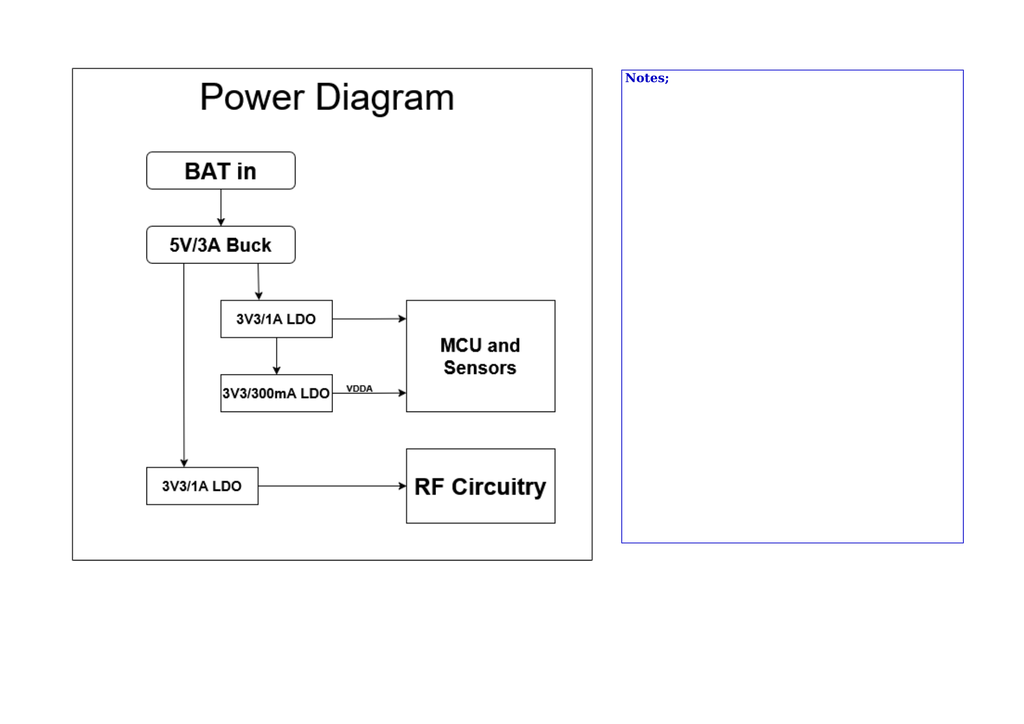
<source format=kicad_sch>
(kicad_sch
	(version 20250114)
	(generator "eeschema")
	(generator_version "9.0")
	(uuid "28a445b7-784a-4549-b0b7-7001e6546744")
	(paper "A4")
	(title_block
		(title "Power_Diagram")
		(date "2025-12-05")
		(rev "A")
		(company "MaD_RaNgA")
	)
	(lib_symbols)
	(text_box "Notes;"
		(exclude_from_sim no)
		(at 180.34 20.32 0)
		(size 99.06 137.16)
		(margins 0.9525 0.9525 0.9525 0.9525)
		(stroke
			(width 0.254)
			(type solid)
		)
		(fill
			(type color)
			(color 255 255 255 1)
		)
		(effects
			(font
				(face "Times New Roman")
				(size 2.54 2.54)
				(thickness 0.254)
				(bold yes)
			)
			(justify left top)
		)
		(uuid "35d04fb6-4813-4c0d-8722-63cc0cfc4b9e")
	)
	(image
		(at 96.52 91.44)
		(scale 3.17886)
		(uuid "52c6cbed-d30b-4ebe-98ea-05679a0a00fc")
		(data "iVBORw0KGgoAAAANSUhEUgAAAjIAAAIVCAYAAADLZRXXAAAG9XRFWHRteGZpbGUAJTNDbXhmaWxl"
			"JTIwaG9zdCUzRCUyMmFwcC5kaWFncmFtcy5uZXQlMjIlMjBhZ2VudCUzRCUyMk1vemlsbGElMkY1"
			"LjAlMjAoV2luZG93cyUyME5UJTIwMTAuMCUzQiUyMFdpbjY0JTNCJTIweDY0JTNCJTIwcnYlM0Ex"
			"NDUuMCklMjBHZWNrbyUyRjIwMTAwMTAxJTIwRmlyZWZveCUyRjE0NS4wJTIyJTIwdmVyc2lvbiUz"
			"RCUyMjI5LjIuNCUyMiUzRSUzQ2RpYWdyYW0lMjBuYW1lJTNEJTIyUGFnZS0xJTIyJTIwaWQlM0Ql"
			"MjJpeFhsdnhRVFFQelV3QVMzWVd2TCUyMiUzRTVWcmJkcHM2RVAwYVA3b0xTUVluajc0a1BVMlRs"
			"V3ZUTm04cUtLQWFrSmNzMzg3WFZ6TENDTENOU2JHZGM1S1hNQ05wUUh0cmhpM2hGaHBFaTg4Y2o0"
			"TWI1cEd3QlMxdjBVTERGb1FBZEJ6NVQzbVdpY2V4dGNQbjFOT2RNc2NqJTJGWmRvcDZXOVUlMkJx"
			"UlNhNmpZQ3dVZEp4M3VpeU9pU3R5UHN3NW0lMkJlN3ZiSXdmOWN4OWtuSjhlamlzT3o5VGowUkpO"
			"NHoyTTM4JTJGeERxQiUyQm1kZ1hPZXRQekM3c2puYkJyciUyQjdVZ2VsMzlKYzBSVG1QcGlVNEM3"
			"TEc1NFVJWExUVGdqSW5rS2xvTVNLaXdUV0ZMeGwxdWFWMCUyRk55ZXgyR2NBeCUyRmUzbmd2dzFl"
			"JTJCWG15OVhYOWo4NFJ0b2I0aWlYUk94VENFU1pDSGIlMkJvR0lRdWtBOG5JZVVFRWV4OWhWUGVa"
			"eVlVamZSSEEySWdNV01pNmRNWXRsVyUyRiUyQlZobUhCaFVQcXg5SjA1UjJKOVBkbmhBc3FDZW5w"
			"aG9oNm5ycDFmd1V1VVk5dnFWQXNGbnI1ZEpTZFBPWU1oMVA5bUhkc0x1TkJhMGl4ejNHazIyVndz"
			"akJtcHNINVRGaEVCRiUyRktMb0ZCYjBlVE5jJTJCV0FrcFhhaHJGMGJaZThHZmF4SG9oJTJCdXZJ"
			"R1JueVF2TlJneHU0RHpjWlJ0dDRNV2d6SUlSclNIVXNVTUt6QloxUThlN1JtYnowMWFYOUxHZUNl"
			"ckpmZiUyQnFPMGc3U1olMkZScEN2YzF6bWtVbU1kOVBhWng0TzE2d0Z0TkEzOHolMkJLYW1KUXNM"
			"dEI1SlBHRjg4aVpRMTRqdFFMVmo1VkZGOEZDb09nZEYxYTVFOWVGUzJnUEszU2xOcDFNWDBMUDZl"
			"SGFhS0ElMkZCcnl0dlFlYkQ2R1Y2ZnYlMkZVZnJsOXVMZmFhVmtpWHVrRlYwYVlUYmxMZHBBRG5C"
			"SVZLbTZLSnVNaVlENkxjWGlSZVF2MU9ldHp6ZGhZVSUyRlNiQ0xIVUhPR3BZSGtDeVlLS0gycjRK"
			"MXRiUDQyVzRVSkhYaG5MMUlnbGVNWWdaZjQwMjdKaEt5c2RwNlVGNWo0Uk8xQkZtMWNCSnlFV2RK"
			"WUh1dkVVQVFmTkVWQ2RJJTJCaFp6djhTcUFKJTJGUGJ4dHJKTERmSTdBbzlVY0NHdmtpTEgwWTYl"
			"MkJucEdVbVdneEU4JTJGQnZlR3RXSVdUcjJXNWNVd1pzOWc1VTlCM3VHSld6TUlwUERsZkhLa1JJ"
			"eW9BZVpFckYzWEc2aFRCSkVwWENyQmhheiUyRmt2U0VNZmlqVEhhb2kxWXFCajA5YjVVTFExbFd1"
			"VjlCJTJCYU52c2owMWJNa2ZlWGF4dFZpbE9ETTBQNnpVYVg0OWxvTk9oJTJGNWNQWDc2RjdQZm9L"
			"MnQweXQ4ZFRmc0RRZlprS3JGSiUyQk9kMlh5Y0M5bGQlMkYyJTJGY2tSbE44dUVrNG0lMkZEYnM5"
			"WXRhOEtCNyUyRllKQ0xPNzE3V0pSYkd3WFZlZWxaV1RTeGxqd2xKbDBtajNVOW9PckkyVFNMaElP"
			"ZEdwV25VbjkzcE42eExpeDFLZzRCbHUzTjQ0a2VxODFDVmxXZEpLeVZOeTRkZzVXbHVxSXNxcXpu"
			"Uk9YSmZpbXVvU1FVNmN5cmF3N3dxbUVYMzFVMkZLdXRyOTdUMVd1dWcwU2ZkcER2Q2FrSEhDcXhO"
			"eWVSRzglMkYxejhWMGVjTkNnMzBYJTJCZjVESUglMkZLOCUyQmd6cEhqT3klMkZkM2JlVjdnNHcy"
			"VzVibnl6TE9TRGQ0Rmc3dDgxODd5V1QzdDBuZEZEOUdmSjVPT3k5U1VtaHNwSXFpRmdFJTJGMTVJ"
			"U1RQNzhVUnlzSkw5UWdWZCUyRkFFJTNEJTNDJTJGZGlhZ3JhbSUzRSUzQyUyRm14ZmlsZSUzRYAE"
			"zoUAACAASURBVHhe7Z0N1B1Vdb+PQEVK+IukBQMILUkrkQ/BJCQREgEhsQKyUJugIlBAkqCSIiYa"
			"RCJ2aSAp2khZ+SgsE4uFRNBSCZpARRYLSUyyQNEVVFBJNSkoKAW/WiV/9m3PXec978ydr3Pn7jPz"
			"zFouzHvn7LP3s/ed87vnnJl5yYknnrjr61//uuGAAAQgAAEIQAACsRB4Ub+Ye++917zkRYd3vXjE"
			"4jd+QgACEIAABCAAAfOSl7xEBAxChlqAAAQgAAEIQCA+AgiZ+HKGxxCAAAQgAAEI/B8BhAylAAEI"
			"QAACEIBAtAQQMtGmDschAAEIQAACEEDIUAMQgAAEIAABCERLACETbepwHAIQgAAEIAABhAw1AAEI"
			"QAACEIBAtAQQMtGmDschAAEIQAACEEDIUAMQgAAEIAABCERLACETbepwHAIQgAAEIAABhAw1AAEI"
			"QAACEIBAtAQQMtGmDschAAEIQAACEEDIUAMQgAAEIAABCERLACETbepwHAIQgAAEIAABhAw1UIrA"
			"pEmTzKZNmwq3Pfzww83LX/5yM3XqVDNr1iwzevTowjZoUD+BDRs2mOnTpxfqeMSIEeaII44whx56"
			"qDnppJPMjBkzzH777ZfbhltjEydONBs3bszdlhMhAIH2EEDItCfXQSMtK2R8J6ZNm2ZuueWWQgNc"
			"0EAwlotAGSGTZPjiiy82ixYtypVvhEyu1HASBFpPACHT+hIoByCUkJHe5Zf7ww8/zOxMuVTU0iqU"
			"kBFnZVbuc5/7nJkwYUJP3xEytaSWTiAQPQGETPQpHEwAvpD55Cc/acaNG5fpzNatW80dd9wxbFmK"
			"pYNMdAM9wRcyIkaWLl3a0yfJ9Y9//GPz5S9/2ezcuXPIuXnEK0JmoCmncwhEQwAhE02qdDnqC5n1"
			"69cbWSbKeyxfvtzMmTNnyOnLli0zs2fPzmuC82ok4AuZosJT8j1v3jzz/PPPd70WMbRt27Yao6Ar"
			"CECgiQQQMk3Mag0xVRUy4uL8+fPNkiVLut6KEBJBxKGPQFUhIxFt3rzZnHzyyUPEjIibxYsX6wsY"
			"jyAAgWgIIGSiSZUuR0MImWeeecaMHDlySGC7du3SFSjedAiEEDJiZ82aNebss8/uUpUlpieeeCLX"
			"5l9SAQEIQCCJAEKGuihFIISQkY59O9/85jczN4GWcphGlQiEEjLihNzGLfbswZJipdTQGAKtJ4CQ"
			"aX0JlAPQLyGTtdfm8ccf7yxFfOtb3xqyYXjUqFHmqKOOMmeddVbP55W4g6i02bFjR08A/vJXnkFX"
			"vlR5BmmZkVq7dq350pe+ZB555JEhG2JlD8qZZ57ZiSXrWTu+yJBZLbF9zTXXmJtvvrljV2Y+Xv/6"
			"13f4lNmHFFLI+LbSlhTLbPaVvTj33nuv+fa3v20effTRIbkVpvJMmwsvvLDQfi4xInb9PEn9TJky"
			"xchGd5sjN/dJtezWk91nJDV9xRVXmLvuuquz7GbtpvkpuV2xYoX5+te/Pqxu7LN7Xvva13aWbrNq"
			"x2Xs+ivxrlq1ash3TPY0nXHGGebDH/7wsBk0yelNN91k7r///m4dJ/Epd7WhFQR6E0DIUCGlCPRL"
			"yDz22GOJF1+5eMvmYBn4sw65mN94441m5syZw06VZ5jIoGGPrBmgsWPHDhkQRVjI8kja4S+dpMUj"
			"51100UVD9ouk2czaR+ILg6efftocf/zxwwZysZ9HvCX5EVLIiP199tlnSOxJS4pFhIzkVQSFu5m4"
			"V52IiPj85z+fOdDLvp5zzz03kaVrX56PI+KiqJC5/vrrh+0bsnb9WpPvwIIFC8zKlSuzvgLdz7Oe"
			"2+MLmVe84hWZ8UoNyZ2H9vZ5ebBllk95fgDkDooTIeARQMhQEqUIhBIy7oVfHEka0GQwkdkJ/xbe"
			"LMeTRIf8+h0zZky3qQx+MjgkHUl7eLKEgIgnK7bS7srJc+H3/RFbDzzwQOJekqQZDnfpxrXVK95e"
			"PEMLmTz1k1fIuMyzasL9XHL5ne98J3V/TtLm5F72pd5coZ01IyM5ffbZZ1Pr2hXZUotp4jQr5l6b"
			"6F3GUht5xaD9HhRhnzXbmhUHn0MgjQBChtooRSDPQJRl2J8dSbrgJl3A5SL6/ve/f8iyi53a9mds"
			"kmYz3FmWXhd5f3bFxpM2yyKfH3jggd2BKUk0+DHL7JHMNP31X/919xeuiK27777bfPzjHx8yyKX5"
			"mvawOondvgZCBuUvfOELicsCWXmSz0MLGX/J7tZbbx02g5ZHyCRtHvZ5Wv9l6cOvjzRhJ3V35JFH"
			"DuEvwuNjH/tY10/Jk8zCyGxD0kxQlpCx3KUG5O49+woHYX3PPfcMuZvLF7/yHbjqqqvMqaee2p1V"
			"Ep+lbj796U8Pe05T2syjy1j8sHFI7bg1mTSDKDzs8p34/sEPfrBbwxLD3Llzh8xkcVdinm8a55Qh"
			"gJApQ402wzbpFv21JRe6t73tbUMGgKTpZ/8C3mtmwg5Yvl1fePg20+6USvu1mTZNLmLhuOOO61aH"
			"368/GySx3HnnnT2XN3wfkgb8JCGTtRxVtIT7LWSS/M0jZFzhKAPx1772tZ6bxX3hk/Y8HF9o9VpS"
			"TJu5yStksr47SXWTNjtn8+rXeFo9+D9IejH069v2lfZ9SBKD3JVY9JvH+XkIIGTyUOKcYQTKzMjI"
			"BXnLli3mi1/84rBfxkkDir+0k7UUYJ30Byt/EPIvyGkDiTtIyq9Ju1yTNqi5g1/SEpQvSnrN7LjA"
			"XT+SlquShIzskynygsasEtcoZPw85hVv7oxcUp6k7mRTsJ2dyPPgvqRBPo+QyWPbn8XLEj6SS/+7"
			"k1az/vc4i6G/ZyxrlsUXhHl8z6pFPoeATwAhQ02UIlDHu5b8p/8W2TDoX3D9X4LuZlO7UdMF4f4K"
			"ll+pt99+e/ftz2n7ZNw+k2y6fWZtGnZ98QcyXwCFFhlJBRG6D3+AKzMjI+Lhyiuv7OwzkTex5xWG"
			"vqD0a8Ovu6RZsCRGvt08QiZLOEg/IsxluUjilP9l3WlnfXMFcNrMk/89zhLA/kxPFhu/bhAypS63"
			"NMoggJChREoRCCVket094j9vJOsi22vw9y+gWZty3cHM/up0Nyb7g6b/C9jfk+Bf0LMGADcWv60v"
			"6PzP8wyORZOuUcgUjcGe74soX8hkCZ20fv2ZwDxCpp8De56lOfecPLNDPrus7yRCpmyV0q4IAYRM"
			"EVqc2yVQRchkPSfDdlL0Ittr8Pc3dWbdJu2KKCscXH98MeEKn6QZG39WpUop+UIFIZNNUxjJSyzl"
			"2Sv+HV2+kMkjAJJ69MVs3UJG+pelW9koLC/qdJ+jk2dGJs/7s7JEoM8FIZNdm5xRnQBCpjrDVlrw"
			"hUzet18XebGkuxST5yLrJsLfIOkP/v6g4wsTt287++JexP2lIVf4JC0b+QNAlaLJEjJFZnvy+hF6"
			"RsZfokga9IsKCnvXjggWee2B/G/79u2Zt+37QsadeStad0WeIyPss2Y0kvJj72r74Q9/2HkwpCw3"
			"ffe73+35DB2ETN5K57wYCSBkYsyaAp/LbPYt6naVAUX6ctsnLbekiQ9346Y7u+IO5v6siyt8koRE"
			"nUKmH8sVoYVMnldT5BUy9sm4eR6WmFSDgxQyRe7ikRzILdeyH6jogZApSozzYyKAkIkpW4p8rUPI"
			"VJmRyXNHi7vcIxt6n3vuuQ5h9+/+7ErSPhl3mcq146bLFzJ5N6bmSXkd0/ehhYzLMY1ZHiHjb8xN"
			"4mUf2z916lQzbty4Yc9ZiUHI5HnwnH1Nh7yeQJ4B4z4KACGT55vEObESQMjEmrkB+12HkOnnHhnB"
			"5y8/2Q26vfbCJH3mLpOk3Y7az9tQYxMyvvjIc2tw0kCcdMuzfR+QCBZ53H7SUqZfu76Qce8+K7K0"
			"VGaPTJ4ZmaT9VRKXCJZTTjmlE6d9XYB7Wcgzo5lHLPYS5Fn+11GbA74U0r0CAggZBUmI0YU6hIz/"
			"K7TIfoK8z95wBy27IbjX3UlJ+2Tc21zTbhH3L+hJt2eXrYM6BouQMzJ+7aTt6ckaZP272vK+fiFL"
			"yPh2swZrm7c8eSi6WVZsuzOT9lEAefaaIWTKfqNoFxsBhExsGVPibx1Cpp/PkbEY/dmUyy+/vOfz"
			"YtxZABlUHn744SHvbkoTW0kP98v7PJCslOcZQLNsZH0eSsj4d4v1endVlpBxB+o8tw7bGLNeWFnn"
			"c2SyRFJZAezPVrG0lFXhfB4zAYRMzNkboO91CJmyT/b1B6JeTx/1L/jyq96+HTttycN/sJ3dZJr1"
			"lFP/l37e573Y2SUZjOS47LLLhryXKBYhk/Qo/14POSwiZPIuASUt0/hiwn+ybx7bskx5zDHHDLlz"
			"KM/t10WFTN6a8WsNITPAiyVd950AQqbviJvZQR1CRsiFeNdS1l08/tS9fTR92iDrDxI2w1lLG0mv"
			"Esh6WrEvymQWSG4rdl8/EIOQkThkEHZfrpglELKEjD+zkvZiRJuftI3BSWKiyLuW0t5MHULI+EI7"
			"z2s6kjYGI2SaeR0mqv8lgJChEkoRqEvIVH37dZ69KGl3hKTdWZT2cLs8dyL5wkzgy0zOBRdcMGSW"
			"RZZgkt5JlSSWBiFkZCln6dKlPWtHnuciS2/333//sGe5ZL38UwxnCRk/b/Yt0u4boe0zV1atWpV6"
			"23KSkEl64aGIAXc2zNr2BZqFEkLIiC13D5b8276FW+K0glYEjzwI7/rrr098bg5CptRljkaREEDI"
			"RJIobW7WJWQkbrlIn3nmmZkPNvMZ5X2fkb9vQ+z02ruRdrfMtm3bcqUpz620SYbS4hmEkMkVaMpJ"
			"eURMHiGTtJyT5ZeInXe+851m5cqV3VPTZnLS3mqd1oeIBfcZL6GETFJ9ZsUpjA855JDuU4yr3OLu"
			"9lV0s3IdtZnFgs+bTwAh0/wc9yXCOoWMBCC/kOfMmTPsrdlJwYkIkZfsiWDIc/h7caRN1kyOv6yR"
			"tazk+yGzOtLGXWpJ89XONMyePTvxlDoGi6RlsTxs3XMkDsnh4sWLczXNmpERI0VErghBYS7HmDFj"
			"uj70Wt4T++eee+6Qx/0nOS82DjvssO5GcTknlJARW0lLc0l+WMYf/vCHO98V4W2PpBnDPIzdfhAy"
			"uUqXk2omgJCpGXhTuqtbyFhu8itcBkJ5NLv769c+DOyss84yaQN+L/b+vpesx/z752ftz0jqWwSU"
			"DDZf+tKXzCOPPDJkxsn+opZ4ZAB298T4trQKGfsgOnneycknn5xbWNr48g6ywnHFihXmjjvuGPKo"
			"fvdBeLKkN3r06C66os+KESEhefrGN77RFZ9Sc2eccYaRwV1s58lDUSHg5jqr9k888cTOnjJbK75A"
			"L/OGcb/Wivqfh0lTronEMTgCCJnBsadnCECgQQSyXkTaoFAJBQKqCCBkVKUDZyAAgUETkFmE888/"
			"v7PHRGaT7IxLll/+Ru6sW6uz7PE5BCCQjwBCJh8nzoIABFpCwN/MnXWLvGDx73LKurW8JSgJEwK1"
			"EEDI1IKZTiAAgZgIuJu5yzy7JY/4iYkHvkJAMwGEjObs4BsEIDAQAv6mVhEzV111lUl6Ro08T+fR"
			"Rx/t+lnkdQkDCY5OIdAwAgiZhiWUcCAAgeoE0p7Wm2VZBI88ANC9QyqrDZ9DAALVCCBkqvGjNQQg"
			"0FACRZ5dJAjkCc233HJLz1vlG4qKsCAwUAIImYHip3MIQEA7gbTnt4jfsqlX7my66KKLzIQJE7SH"
			"gn8QaCQBhEwj00pQEIAABCAAgXYQQMi0I89ECQEIQAACEGgkAYRMI9NKUBCAAAQgAIF2EEDItCPP"
			"RAkBCEAAAhBoJAGETCPTSlAQgAAEIACBdhBAyLQjz0QJAQhAAAIQaCQBhEwj00pQEIAABCAAgXYQ"
			"QMi0I89ECQEIQAACEGgkAYRMI9NKUBCAAAQgAIF2EEDItCPPRAkBCEAAAhBoJAGETCPTSlAQgAAE"
			"IACBdhBAyLQjz0QJAQhAAAIQaCQBhEwj00pQEIAABCAAgXYQQMi0I89ECQEIQAACEGgkAYRMI9NK"
			"UBCAAAQgAIF2EEDItCPPRAkBCEAAAhBoJAGETCPTSlAQgAAEIACBdhBAyLQjz0QJAQhAAAIQaCQB"
			"hEwj00pQEIAABCAAgXYQQMi0I89ECQEIQAACEGgkAYRMI9NKUBCAAAQgAIF2EEDItCPPRAkBCEAA"
			"AhBoJAGETCPTSlAQgAAEIACBdhBAyLQjz0QJAQhAAAIQaCQBhEwj00pQEIAABCAAgXYQQMi0I89E"
			"CQEIQAACEGgkAYRMI9NKUBCAAAQgAIF2EEDItCPPRAkBCEAAAhBoJAGETCPTSlAQgAAEIACBdhBA"
			"yLQjz0QJAQhAAAIQaCQBhEwj00pQEIAABCAAgXYQQMi0I89ECQEIQAACEGgkAYRMI9NKUBCAAAQg"
			"AIF2EEDItCPPRAkBCEAAAhBoJAGETCPTSlAQgAAEIACBdhBAyLQjz0QJAQhAAAIQaCQBhEwj00pQ"
			"EIAABCAAgXYQQMj0Ic8PPvigWb16tdm6davZsmVLH3rAZJsJjB8/3owbN86cd955ZvLkyW1GQewQ"
			"gAAEDEImcBFcffXVZunSpWbRokWdwUYGHQ4IhCQg4lhE8oIFC8zcuXPNwoULQ5rHFgQgAIGoCCBk"
			"AqZLRMy2bdvMZz7zGbP//vsHtIwpCAwn8OSTT3aEzNixYxEzFAgEINBaAgiZQKmX5aTTTjutI2QO"
			"OOCAQFYxA4HeBJ566ilz+OGHm3Xr1rHMRLFAAAKtJICQCZT22bNnm2OPPdbMmjUrkEXMQCAfgRUr"
			"VpiHHnrILF++PF8DzoIABCDQIAIImUDJnDBhglm2bBl7YgLxxEx+ArJnZs6cOWbz5s35G3EmBCAA"
			"gYYQQMgESqQFGcgcZiBQiAD1VwgXJ0MAAg0igJAJlEwGkkAgMVOKAPVXChuNIACBBhBAyARKIgNJ"
			"IJCYKUWA+iuFjUYQgEADCCBkAiWRgSQQSMyUIkD9lcJGIwhAoAEEEDKBkshAEggkZkoRoP5KYaMR"
			"BCDQAAIImUBJZCAJBBIzpQhQf6Ww0QgCEGgAAYRMoCTGMpBs2LDBTJ8+PTPqESNGmCOOOMKcf/75"
			"Rp6Rk3XIrb/HHXfckNPExhNPPGH222+/Yc3nz59vlixZkmV22OcTJ040Gzdu7NlOcmGPefPmmcWL"
			"FxfuJ7YGsdRfbFzxFwIQ0E8AIRMoR7EMJHmFjIslj3iQBwGuXLlyGE15tk6SEELIBCq8/zMTS/2F"
			"jRprEIAABAwvjQxVBLEMJGWEjDDKmtnYZ599zPPPPz8M57Rp08z69etrnZEJldOY7MRSfzExxVcI"
			"QCAOAszIBMpTLAOJL2REZIjY8I81a9aYiy66qCtORo0aZXbs2JFIS849++yzu5/NmDHDrF27tvvv"
			"xx57zIwePTqTtO9blnjKNNiiE2KpvxalhFAhAIGaCCBkAoGOZSDJK2QEi79ctGvXrkRaM2fO7AoX"
			"ETz333+/GTNmTPfcT37yk2bBggWZpEMJmV57ZNzP7EzRddddZ6RvOcT/c845J7p9NbHUX2YRcAIE"
			"IACBggQQMgWBpZ0ey0BSVsj0mpFxl5UuvvhiIy8xHDt2rHn00Uc7uOTtzPJW8KyjbiHjzxy5/qUt"
			"iWXFMKjPY6m/QfGhXwhAoLkEEDKBchvLQJJHyDzzzDOdGRZZ2rH7XtJmVfxlpW9+85tGXqC5aNEi"
			"c8UVV3Tp2r/3wl23kMlKfR6fs2zU9Xks9VcXD/qBAATaQwAhEyjXsQwkZTb72lmWJFT+spLdR/P4"
			"448PWV7qZcPaHYSQkVkZubNKDnmDtLu3J6Y9OrHUX6CvG2YgAAEIdAkgZAIVQywDSVEhI8tCS5cu"
			"TdwQLOiSlpUsUnlejbv3JG2z8KCEjL9c5osvhEygLwdmIAABCPSRAEImENymChmLJ+l5MP6ykn8H"
			"1PLlyzuzHPa49dZbjczgpB11z8jIbIzE4B6xPkwvlvoL9HXDDAQgAAFmZELXQCwDSd49MnffffeQ"
			"26+Fl38btTvjIk/xfe6554Zglb02I0eO7P4tSTi4DeoWMkkzLgiZ0N8M7EEAAhDoLwFmZALxbZKQ"
			"sUj8GRd34PdFSh6MvV5ZIO0RMnkoJp8TS/2Vj5CWEIAABHpf/+TlNC8+JiT5OSHAyyYQy0CSZ0bG"
			"jdadoXBfVeAvG2UT+t8z0l5ZgJDJSxAhU40UrSEAgaYRYEYmUEabKGR80eMuDbnLSkUQ9no+CzMy"
			"RUgOPTeW+isfIS0hAAEIMCPT1xqIZSDJOyMj582dO7f7UDt3NqXo3hdf9KS9sgAhU75EY6m/8hHS"
			"EgIQgABCpq81EMtAUvT2awtNblX+zne+Y/bbbz9T9G4k//y0h+shZMqXaCz1Vz5CWkIAAhBAyPS1"
			"BmIZSMoIGdmk+7Wvfa3zxF45/BmWp59+uiNw0g5/BiftlQUImfIlGkv9lY+QlhCAAAQQMn2tgVgG"
			"kiJCRgTH1KlTzfz587tvr/ZFSd53EvniJ+nx/wiZ8iUaS/2Vj5CWEIAABBAyfa0BBpK+4sV4BgHq"
			"jxKBAATaSoC7lgJlnoEkEEjMlCJA/ZXCRiMIQKABBBAygZLIQBIIJGZKEaD+SmGjEQQg0AACCJlA"
			"SWQgCQQSM6UIUH+lsNEIAhBoAAGETKAkMpAEAomZUgSov1LYaAQBCDSAAEImUBLl1mR5/P748eMD"
			"WcQMBPIR2LJlS+ct45s3b87XgLMgAAEINIgAQiZQMmfPnm2OPfZYM2vWrEAWMQOBfARWrFhhHnro"
			"oc6DCjkgAAEItI0AQiZQxh988EFz2mmndR7pv//++weyihkI9Cbw5JNPmrFjx5p169aZyZMngwsC"
			"EIBA6wggZAKm/Oqrrzbbtm0zS5cuNQcccEBAy5iCwHACTz31lLn00ks7QmbhwoUgggAEINBKAgiZ"
			"wGkXMSNCZtGiRWbcuHHsmQnMF3PGyJ6YrVu3mgULFnRe7ImIoSogAIE2E0DI9CH7ssy0evXqzmAj"
			"gw4HBEISkA3lIpLPO+88lpNCgsUWBCAQJQGETJRpa57T3D7cvJwSEQQgAIE6CCBk6qBMH5kEEDKZ"
			"iDgBAhCAAAQSCCBkKAsVBBAyKtKAExCAAASiI4CQiS5lzXQYIdPMvBIVBCAAgX4TQMj0mzD2cxFA"
			"yOTCxEkQgAAEIOARQMhQEioIIGRUpAEnIAABCERHACETXcqa6TBCppl5JSoIQAAC/SaAkOk3Yezn"
			"IoCQyYWJkyAAAQhAgKUlakAjAYSMxqzgEwQgAAH9BJiR0Z+jVniIkGlFmgkSAhCAQHACCJngSDFY"
			"hgBCpgw12kAAAhCAAEKGGlBBACGjIg04AQEIQCA6AgiZ6FLWTIcRMs3MK1FBAAIQ6DcBhEy/CWM/"
			"FwGETC5MnAQBCEAAAh4BhAwloYIAQkZFGnACAhCAQHQEEDLRpayZDiNkmplXooIABCDQbwIImX4T"
			"xn4uAgiZXJg4CQIQgAAEWFqiBjQSQMhozAo+QQACENBPgBkZ/TlqhYcImVakmSAhAAEIBCeAkAmO"
			"FINlCCBkylCjDQQgAAEIIGSoARUEEDIq0oATEIAABKIjgJCJLmXNdBgh08y8EhUEIACBfhNAyPSb"
			"MPZzEUDI5MLESRCAAAQg4BFAyFASKgggZFSkAScgAAEIREcAIRNdyprpMEKmmXklKghAAAL9JoCQ"
			"6Tdh7OcigJDJhYmTIAABCECApSVqQCMBhIzGrOATBCAAAf0EmJHRn6NWeIiQaUWaCRICEIBAcAII"
			"meBIMViGAEKmDDXaQAACEIAAQoYaUEEAIaMiDTgBAQhAIDoCCJnoUtZMhxEyzcwrUUEAAhDoNwGE"
			"TL8JYz+RwOWXX25uvvlmc8MNN5i3v/3txhbibbfdZi655BLz7ne/21x33XXQgwAEIAABCPQkgJCh"
			"QAZC4Kc//ak5+OCDzb777msOOeQQ8+1vf9scffTRZvv27eaXv/yl+clPfmIOOuiggfhGpxCAAAQg"
			"EA8BhEw8uWqcp+973/vMjTfeaH73u9+Zvffe2/zqV78ye+yxh7nwwgvN8uXLGxcvAUEAAhCAQHgC"
			"CJnwTLGYk4CdlfFPZzYmJ0BOgwAEIACB7taEl7zIYteLB0ggUCuB888/39x5553m6aefNiNHjjSn"
			"n366WbVqVa0+0BkEIAABCMRLgBmZeHPXCM/9WRlmYxqRVoKAAAQgUBsBhExtqOkojYDslVm5cqW5"
			"4IIL2BtDmUAAAhCAQCECCJlCuDi5HwTsrAyzMf2gi00IQAACzSaAkOlDfh988EGzevVqs3XrVrNl"
			"y5Y+9IDJNhMYP368GTdunDnvvPPM5MmT24yC2CEAAQiw2Td0DVx99dVm6dKlZtGiRZ3BRgYdDgiE"
			"JCDiWETyggULzNy5c83ChQtDmscWBCAAgagIMCMTMF0iYrZt22Y+85nPmP333z+gZUxBYDiBJ598"
			"siNkxo4di5ihQCAAgdYSQMgESr0sJ5122mkdIXPAAQcEsooZCPQm8NRTT5nDDz/crFu3jmUmigUC"
			"EGglAYRMoLTPnj3bHHvssWbWrFmBLGIGAvkIrFixwjz00EPc8ZUPF2dBAAINI4CQCZTQCRMmmGXL"
			"lrEnJhBPzOQnIHtm5syZYzZv3py/EWdCAAIQaAgBhEygRFqQgcxhBgKFCFB/hXBxMgQg0CACCJlA"
			"yWQgCQQSM6UIUH+lsNEIAhBoAAGETKAkMpAEAomZUgSov1LYaAQBCDSAAEImUBIZSAKBxEwpAtRf"
			"KWw0ggAEGkAAIRMoiQwkgUBiphQB6q8UNhpBAAINIICQCZREBpJAIDFTigD1VwobjSAAgQYQQMgE"
			"SiIDSSCQmClFgPorhY1GEIBAAwggZAIlsc6BZPny5Z3nhiQdEydONBs3bjQHHnig2blzZ+eU9evX"
			"m2nTpiWe75732GOPmdGjR3fOe/zxx82YMWPMqFGjzI4dO7ptJ02aZDZt2tT997x588ziBuzyUwAA"
			"IABJREFUxYt7UhQ29rD+FcE+f/58s2TJkswmu3btyjwn5AkzZ840a9euzWQcss80W3XWXx3x0AcE"
			"IACBvAQQMnlJZZxX50DiDqC+W1YouIP/jBkzzJo1a4ZFsGHDBjN9+vTO332BYcWS29YVJK6xXuLE"
			"7cO2cQVTHvx5hYzYKmo7T/9p5yBkqtCjLQQgAIEwBBAyYTh2XyMeyFxPM3ZWxJ8tcRvZGRX5W9p5"
			"7kAsTyWW1yzYw35mZ1ySBu08A3mS6Mozi+PGUkTIlJnxKZuzPPGXtV20XZ1CuqhvnA8BCECgnwQQ"
			"MoHo1jmQ2JmRtJkWG1LW8lLaspK0t5/ZZSn7b1couLMtaeLE+irttm/f3lnu6iXAktLhChlfcMn5"
			"/qxPXUtMCJlAXx7MQAACEKhAACFTAZ7btC4h4w7aSYN62kyGLzR6LSuJDStAeokCd69OkpBxPxdf"
			"77333lJ7SrKEjCu85P9bn91ZKX+mJstm0kySv9coTci4S3C99icFKr2OmbrqL6TP2IIABCAQggBC"
			"JgTFGgeSXht9/f0hvZaXeg3kVuRkLdP0mtERrO7GYPFN/LF7crJmk9IEWdaMjGu3rJBJ2wskPrn9"
			"JwkZN+YsoRmo9BAyIUFiCwIQiI4AQiZQyur6Rdxro6+E4s8ApC0vuX/3Z12syElbLvLFVNqsg7us"
			"JHdSpc2cZKWgyB4ZN5YyQiZp31Da0pUvZG666abujFPRfUBZDLI+r6v+svzgcwhAAAJ1E0DIBCJe"
			"10CSJEDcgdbff+KKADu4uucnzYzYWYW0GQVfWCTN3PjLSnYjcdaSTlI68goZP5YyQiZJfNnZJfmv"
			"FWTy/10hIwzsbelFZpsClR9LS6FAYgcCEIiOAEImUMrqEjJp7qbt10haXnKFQdJsih3Ms25l7iWI"
			"/GUl//k0EkfW0pWNNa+QkfNdIVdUyGQJPJ992uxYnUtK1qdB11+grxFmIAABCBQmgJApjCy5waAH"
			"kl4zHb6omDJlSvdhef6yUtqD8NIwJQkWV0Bk4c0SS9I+zyxO0t6UQQmZondlZTHK8/mg6y+Pj5wD"
			"AQhAoB8EEDKBqA56IOk12PsPx7NPo01aAkl6EF4vRO6shBUlvTYk+7by7CXJI2SSbgWvW8jITIx9"
			"4nKeuAKVXsfMoOsvZCzYggAEIFCEAEKmCK0e59YxkPQamJMEhXU3bYYkaVnJ2nGXR3r1mzQj47/G"
			"oBfiPLMXeYSM26cVEXl5ubHaZbW0vUbuDFbScl6vTdSBSi3RTB3110//sQ0BCECgLAGETFlyXru6"
			"BhJ3oLQDcNYzYcRVX1ykCQj/QXg2zKS7n9yZF7vfJc8ThcVm1sP6XLxF9shIO1egubdSp80Ypd1S"
			"nSRwXPtJQibPQwIDldwQM3XVXz98xyYEIACBKgQQMlXoOW3rGkiS3l3khpD2ADtfDCQtfbgixLeT"
			"t9+ku6SSEOd5F5RtV0TI+MtlWberSx/+5txez5Fx7adtsE7b6Byo1BLN1FV//YwB2xCAAATKEEDI"
			"lKGW0KbugcSd0RB3su4A8peXkpaV8jwIz+/XFw55Z1p8f3o9QTivkEm7W8gXM3LeD3/4w+4btZPa"
			"JQmgtPdR+bNAbmx13Ypdd/0F+tpgBgIQgEBlAgiZygj/1wADSSCQmClFgPorhY1GEIBAAwggZAIl"
			"kYEkEEjMlCJA/ZXCRiMIQKABBBAygZLIQBIIJGZKEaD+SmGjEQQg0AACCJlASWQgCQQSM6UIUH+l"
			"sNEIAhBoAAGETKAkMpAEAomZUgSov1LYaAQBCDSAAEImUBIZSAKBxEwpAtRfKWw0ggAEGkAAIRMo"
			"iQwkgUBiphQB6q8UNhpBAAINIICQCZTECRMmdB6sNn78+EAWMQOBfAS2bNnSecfT5s2b8zXgLAhA"
			"AAINIoCQCZTM2bNnm2OPPdbMmjUrkEXMQCAfgRUrVpiHHnrIyCsjOCAAAQi0jQBCJlDGH3zwQXPa"
			"aaeZRx991Oy///6BrGIGAr0JPPnkk2bs2LFm3bp1ZvLkyeCCAAQg0DoCCJmAKb/66qvNtm3bzNKl"
			"S80BBxwQ0DKmIDCcwFNPPWUuvfTSjpBZuHAhiCAAAQi0kgBCJnDaRcyIkFm0aJEZN24ce2YC88Wc"
			"MbInZuvWrWbBggVm7ty5iBiKAgIQaDUBhEwf0i/LTKtXr+4MNjLocEAgJAHZUC4i+bzzzmM5KSRY"
			"bEEAAlESQMhEmbbiTnN7bnFmbos999zTPPfcc+alL31pNUO0hgAEIACBoAQQMkFx6jWGkKmWm332"
			"2cfs3LnTjBgxopohWkMAAhCAQFACCJmgOPUaQ8hUy83IkSPND37wA7PffvtVM0RrCEAAAhAISgAh"
			"ExSnXmMImWq5eeUrX2kefvhhI//lgAAEIAABPQQQMnpy0VdPEDLV8B5yyCHmgQceMK961auqGaI1"
			"BCAAAQgEJYCQCYpTrzGETLXcjBkzxqxfv96MHj26miFaQwACEIBAUAIImaA49RpDyFTLzWte8xpz"
			"++23dx4+xwEBCEAAAnoIIGT05KKvniBkquE95phjOs8Geu1rX1vNEK0hAAEIQCAoAYRMUJx6jSFk"
			"quXmuOOOMzfccIORt5xzQAACEICAHgIIGT256KsnCJlqeE844QRz7bXXmuOPP76aIVpDAAIQgEBQ"
			"AgiZoDj1GkPIVMvNySefbD760Y+ak046qZohWkMAAhCAQFACCJmgOPUaQ8hUy8306dPNBz7wASP/"
			"5YAABCAAAT0EEDJ6ctFXTxAy1fCeccYZZtasWeb000+vZojWEIAABCAQlABCJihOvcYQMtVy87a3"
			"vc28613vMm9961urGaI1BCAAAQgEJYCQCYpTrzGETLXcvOMd7zBnnnmmOfvss6sZojUEIAABCAQl"
			"gJAJilOvMYRMtdycd9555o1vfKM599xzqxmiNQQgAAEIBCWAkAmKU68xhEy13LznPe8xEydONBdd"
			"dFE1Q7SGAAQgAIGgBBAyQXHqNYaQqZab9773veaII44wl1xySTVDtIYABCAAgaAEEDJBceo1hpCp"
			"lpvLLrvMHHrooeZv//ZvqxmiNQQgAAEIBCWAkAmKU68xhEy13HzoQx8yI0eONPPnz69miNYQgAAE"
			"IBCUAEImKE69xhAy1XJz5ZVXmr322st85CMfqWaI1hCAAAQgEJQAQiYoTr3GEDLVcvPxj3/c/OEP"
			"fzBXX311NUO0hgAEIACBoAQQMkFx6jWGkKmWm2uuucY8++yzZtGiRdUM0RoCEIAABIISQMgExanX"
			"GEKmWm4+9alPmZ/+9Kfmuuuuq2aI1hCAAAQgEJQAQiYoTr3GEDLVcvOP//iP5nvf+565/vrrqxmi"
			"NQQgAAEIBCWAkAmKU68xhEy13KxcudJs3brVrFixopohWkMAAhCAQFACCJmgOPUaQ8hUy82qVavM"
			"fffdZz772c9WM0RrCEAAAhAISgAhExSnXmMImWq5+Zd/+Rezbt068/nPf76aIVpDAAIQgEBQAgiZ"
			"oDj1GkPIVMvNF77wBbN27Voj/+WAAAQgAAE9BBAyenLRV08QMtXw3nHHHZ1lpX/913+tZojWEIAA"
			"BCAQlABCJihOvcYQMsVzc+utt5o3velNZt999zVf+cpXOncs3XXXXR1D//AP/2DOOuuszvuXOCAA"
			"AQhAYHAEEDKDY19rzwiZ4rjPOeccc8stt3TeeD1hwgTzuc99zpx99tnmqquuMv/5n/9ptm/fbg4+"
			"+ODihmkBAQhAAALBCCBkgqHUbQghUzw/27ZtM0cffbTZfffdzQsvvGD22GMPs/fee5unn37avOMd"
			"72Djb3GktIAABCAQnABCJjhSnQYRMuXy8q53vcusX7++I17s8bKXvazzTJnXvOY15YzSCgIQgAAE"
			"ghFAyARDqdsQQqZcfnbu3Gle9apXdV4YKceIESPM5MmTzYYNG8oZpBUEIAABCAQlgJAJilOvMYRM"
			"+dxceumlRjb+/uxnPzP77LNPZ4ZGxAwHBCAAAQgMngBCZvA5qMUDhEx5zL/97W/NAQccYP7rv/6r"
			"I2C+8Y1vlDdGSwhAAAIQCEoAIRMUp15jCJlquZG3Xy9YsMD827/9m5k+fXo1Y7SGAAQgAIFgBBAy"
			"wVDqNoSQqZ6fyy67zHz605+ubggLEIAABCAQjABCJhhK3Ya0Cxnxj6PZBHbt2tXsAPsYHd+PPsLF"
			"dC4Cmr+/CJlcKYz/pBiEjOYvSvwVMNgItNffYOlk9w6/bEac0T8C2usPIdO/3KuyHEshqoKGM8EI"
			"aK+/YIH2yRD8+gQWs7kIaK8/hEyuNMZ/UiyFGD9pIkgioL3+tGcNftoz1Gz/tNcfQqbZ9deNLpZC"
			"bEk6Whem9vrTnhD4ac9Qs/3TXn8ImWbXH0KmJfnVHqb2CyH8tBPAv0ES0P79RcgMsjpq7DuWQqwR"
			"CV3VSEB7/dWIolRX8CuFjUaBCGivP4RMoERrNxNLIWrniH/lCGivv3JR1dcKfvWxpqfhBLTXH0Km"
			"JVUbSyG2JB2tC1N7/WlPCPy0Z6jZ/mmvP4RMs+uvG10shdiSdLQuTO31pz0h8NOeoWb7p73+EDLN"
			"rj+ETEvyqz1M7RdC+GkngH+DJKD9+4uQGWR11Nh3LIVYIxK6qpGA9vqrEUWpruBXChuNAhHQXn8I"
			"mUCJ1m4mlkLUzhH/yhHQXn/loqqvFfzqY01Pwwlorz+ETEuqNpZCbEk6Whem9vrTnhD4ac9Qs/3T"
			"Xn8ImWbXXze6WAqxJeloXZja6097QuCnPUPN9k97/SFkml1/rRQykyZNMps2berEPmrUKLNjx47O"
			"/9+wYYOZPn26mThxotm4ceOwzNt2y5YtM7Nnz+6eb0+0f3cbShs5fHvyxZIj7Y3etq80X3znfN+S"
			"ynb+/PlmyZIliRW9fv16M23atGGfLV++3MyZM2fI3+fNm2cWL14c9Juh/UIYNNg+GINfH6BiMjcB"
			"7fWHkMmdyrhPjKUQq1J2RYy15YqZAw880OzcudM89thjZvTo0d3uHn/8cTNmzJiu+LCix/fHFzPC"
			"1R/4Z86cadauXZsqZNy+5CTflyQGVYWM2PT9TGKVxKxqTqS99voLEWNZG+vWrTOrV682l19+eUdk"
			"Jx3wK0uXdiEIaK8/hEyILEdgI5ZCrILSFQhWHNiZEftvO2vhD+r27zNmzDBr1qwxVozYf/ufi59W"
			"7LizHVYo2TiSZmRcWyJ48syAFBEy1mfrgztTYzm4MzGu/y5D306V3GivvyqxhWg7YsSIzuzdKaec"
			"Yq644ophggZ+IShjoywB7fWHkCmb2cjaxVKIobH6Szx2oHZnaaRPK0DSlmCSBJD9mxUr1obYllkf"
			"OZKEjJwnhyx5ZS1BWR5VhIzY8Nv3sufORqUtjRXNk/b6KxpP6PM/9alPmYULF5rf/va3Zq+99jIn"
			"nXTSEEEDv9DEsVeEgPb6Q8gUyWbE58ZSiKEQuzMO/nKQHcStaLHiJm2/iitQ7H4bKw62b9/e3YMj"
			"561ataqzZOUuU7kxWZHgz/Qk7b9x21UVMv6Mkj9T5XPPEnZF8yT9/eIXvyjarNbzRbS98MILHfFp"
			"/5v3b0XPT7J72mmnmeeee64Ts8zQyDF+/HhzzTXXdIRoKFFZK1Q6awSBWMYP2Zn44vdkVyOgE8Rw"
			"ArEUYqjcucspvkCxIievmLCDvvjmztjI35OWX/z9Nm5Mdskqr4iybfslZNK+8/0QMvvuu2+o9PbF"
			"juRzt91268yS2f8m/a3XZ1VsbNu2zfz85z8fEtsee+xh3vKWt5gvfvGLCJm+ZB2jeQjEMn4gZPJk"
			"M+JzYinE0IitcPD3obhLOnbQ7iXkfXFi/500k9JLyLiiyI+116bffgmZtD77IWT4oZRe3Q899JA5"
			"4YQTzK9//Wuz9957d4TU6173OrNo0SIzefJkNkuHvjBgrxCBWMYPhEyhtMZ3ciyFWIWsnWlxZ2D8"
			"2Rdr393MKxtu/ZmVpIHcvePp7rvv7ty2nCQE0oRM0q3Obry9Nv1WFTJ+extLkhBjj0yVKizX9p3v"
			"fKe57bbbzO67724mTJjQETDHH39815j272+5qGkVCwHt9ccemVgqqaKfsRRilTBdAWGXbuwA7gsV"
			"//Zqf5OvFTpWFLnni3iRO0vuv//+7v4Y1+80IePvzbFtes3ghFhacgVU0l1LrpjhrqUqFViurSwp"
			"HXnkkZ07la699lozZcqUYYa0f3/LRU6rWAhorz+ETCyVVNHPWAqxYpjd26bzLNukbeKVtv6zXqw9"
			"K4ikrQw4cqu2fyQJk7S7pfIKlV7PfBEbsmzT64F4cg7PkalaXf1rf99995k3vOENqR1o//72jwyW"
			"NRDQXn8IGQ1VUoMPsRRiCBTuA+nsIJ9kN+2ZMvZcX8xYIdBrf4wvguy+kKy+kpbFXJ+rChme7Bui"
			"sgZnQ/v3d3Bk6LkOAtrrDyFTRxUo6COWQlSAChf6QEB7/fUh5KAm4RcUJ8YKEtBefwiZggmN9fRY"
			"CjFWvvjdm4D2+tOeP/hpz1Cz/dNefwiZZtdfN7pYCrEl6WhdmNrrT3tC4Kc9Q832T3v9IWSaXX8I"
			"mZbkV3uY2i+E8NNOAP8GSUD79xchM8jqqLHvWAqxRiR0VSMB7fVXI4pSXcGvFDYaBSKgvf4QMoES"
			"rd1MLIWonSP+lSOgvf7KRVVfK/jVx5qehhPQXn8ImZZUbSyF2JJ0tC5M7fWnPSHw056hZvunvf4Q"
			"Ms2uv250sRRiS9LRujC115/2hMBPe4aa7Z/2+kPINLv+EDItya/2MLVfCOGnnQD+DZKA9u8vQmaQ"
			"1VFj37EUYo1I6KpGAtrrr0YUpbqCXylsNApEQHv9IWQCJVq7mVgKUTtH/CtHQHv9lYuqvlbwq481"
			"PQ0noL3+EDItqdpYCrEl6WhdmNrrT3tC4Kc9Q832T3v9IWSaXX/d6GIpxJako3Vhaq8/7QmBn/YM"
			"Nds/7fWHkGl2/SFkWpJf7WFqvxDCTzsB/BskAe3fX4TMIKujxr5jKMQacdDVAAjs2rVrAL02o0vt"
			"399mUCaKNALa6w8h05La1V6ILUlDNDNkbcuH9ni1fn/FL/eYN2+eWbx48ZC/bdiwwUyfPn3I35Yt"
			"W2Zmz549DPuBBx5odu7cmWlTTnDPTRLJbr8zZswwa9asUZnmrDg0OK21/iwbhIyGKqnBB+2FWAMC"
			"VV2QD1XpUO+M1nrxhczEiRPNxo0bh/CcP3++WbJkSU8hk3SOn5THHnvMjB49uvvnLAGAkAlX1lrr"
			"DyETLsdRWNJeiFFADOgk+QgIswWmtNaLL2QkFf7syKRJk8ymTZtShUweESONR40aZXbs2IGQGUC9"
			"a60/hMwAimGQXWovxEGyGUTf5GMQ1OPtU2u9uEJGhIYsC/nLRnKO/cxmwD3HteEvAS1fvtzMmTOn"
			"mzi3HTMy9dWz1vpDyNRXAyp60l6IKiDV6AT5qBF2A7rSWi++CFm7dq1xxYhd3pElJ3dWxgoSdzYm"
			"bR+LPaeOpaW02SF/lmnmzJlGYpVj/fr15p577hmyfJa0V0jO9WenJKYpU6Z09wVp3RCvtf4QMg24"
			"uBUJQXshFomlCeeSjyZksb4YtNaLK2Rk8Ja9MO4SkB3w5bObb765O2BbIeMO7L5QyaIbekbGFSdJ"
			"fbv+ZZ0r7f2ZqaSNzH4/CJmsrCd/zmbfctyia6X1QhgdyEAOk49AIFtiRmu9uEJGBvoxY8Z0MmIH"
			"fTt4y6zF+eefP0zIZImRXunNaltks+/jjz/e9d2dTXEFiytMfCFj43WXwtyNz+5Mj/t33w5CptwX"
			"GiFTjlt0rbReCKMDGchh8hEIZEvMaK0XX8i8613v6iwhyaB/6qmndsWBDNCu8LCiIEuM1CVk0vpx"
			"hUmawPGXkSwTd2aq18yTyxAhU+4LjZApxy26VlovhNGBDOQw+QgEsiVmtNaLL2RWrFjRWV6S/S4n"
			"nXRSZ6OuHdDdwTyEkHHthX6OjDtDY0ssTcjIbNO0adO6lZgkZJL+ZhtkxaGhxLXWn2WDkNFQJTX4"
			"oL0Qa0CgqgvyoSod6p3RWi/+bII7gyFixt38myRkquyRyRIARZaWpAD8O6T8okDI6H0yN0JG/SUs"
			"jINaL4RhoovPCvmIL2eD9FhrvfhCJmkmI2ljb5G7lqzA8Gc+XCHjf+YLk7S7iGxO/acP2/PzLC0x"
			"IzPIb8b/9o2QGXwOavFA64WwluAVdkI+FCZFsUta6yVpf4d/d47dCJu0cdYXPlnPkXEFiX+rtHtX"
			"kW837ZUINuX+7dR2qSiUkGGPTH+/XAiZ/vJVY13rhVANoJodIR81A4+8O631krT3I+1OnLQ7gPI+"
			"2VdS6O6FSXqHU1qaszbRur65YskValWWltLuZvKfK5Pl56DKWGv9WR4ImUFVRs39ai/EmnEMvDvy"
			"MfAUROWA1npJEjJ5bjX2Z0jyiJmk58zkaZc1GyOFkEcUubNFaTM4dplD/tvrlQplBdegilZr/SFk"
			"BlURA+pXeyEOCMvAuiUfA0MfZcda6yVJyLiiIG0pqMjbr7PeXJ20L8cmucgMhy9m/Lutkh70J/3k"
			"2SNj/eHJvv35+jEj0x+u6qxqvRCqA1WTQ+SjJtAN6YZ6aUgiIw1De/0hZCItrKJuay/EovHEfj75"
			"iD2D9fpPvdTLm96GEtBefwiZllSs9kJsSRq6YZKPtmW8WrzUSzV+tK5GQHv9IWSq5Tea1toLMRqQ"
			"gRwlH4FAtsQM9dKSRCsNU3v9IWSUFk5ot7QXYuh4tdsjH9ozpMs/6kVXPtrmjfb6Q8i0pCK1F2JL"
			"0sDSUtsSHShevr+BQGKmFAHt9YeQKZXW+BppL8T4iFbzmHxU49e21tRL2zKuK17t9YeQ0VUvffNG"
			"eyH2LXClhsmH0sQodYt6UZqYlrilvf4QMhRiSwjoClP7hUEXLbyhXqiBQRLQXn8ImUFWR419ay/E"
			"GlGo6Ip8qEhDNE7EVi/+iyMFdNYTeqNJRgsd1V5/CJmWFKX2QmxJGrphko+2ZbxavLHUS553FhV5"
			"bUA1arQORUB7/SFkQmVauR3thagcX3D3yEdwpI02GEu9JM3E+ImZOHGi2bhxY6Pz1bTgtNcfQqZp"
			"FZcSj/ZCbEkamJFpW6IDxRvD99efjXFnXvzPkt5kHQgVZvpAQHv9IWT6kHSNJrUXokZm/fSJfPST"
			"bvNsx1AvrlhJ2g8zc+ZMs3bt2k5y/DdGy9/82Zw8Nu655x6zZMmSbsLdt23bP6a9HbuXmPJ9cd98"
			"be368crfbXzWjzJ9a6xe7fWHkNFYNX3wSXsh9iFk1SbJh+r0qHMulnoRP+2RJCqSwKYN9nKuLyBc"
			"MZSWpGXLlpnZs2d3Pl6+fLmZM2dOaj7dc+WkrD0+rgDrda6IpLvvvrtQ3+qKznFIe/0hZDRXT0Df"
			"dtttN/OHP/zBuBeagOYxVZCA9gtDwXA4vc8EYqmXXkIjbQZk0qRJZtOmTR2CdjnKFQmuIPLtW5uu"
			"YHH34CTZdoWTL5Tc66O17QutJB/Fd18UFe27zyVUybz2+kPIVEpvPI1333138/vf/x4hM6CUXX75"
			"5ebmm282N9xwg3n729/eyYNcEG+77TZzySWXmHe/+93muuuuG5B3dKudgPaBxOWXNWviDviuSPBn"
			"cKwQcMWGa9s/34oQ93x3icgXGn7O58+f312m8s91hZLt1xVbSUtPRfqm/qoRQMhU4xdNaxEy//M/"
			"/2NkZoajfgI//elPzcEHH2z23Xdfc8ghh5hvf/vb5uijjzbbt283v/zlL81PfvITc9BBB9XvGD1G"
			"QSAmIWOB9lrWsUs0WUs/1padBem1zyZJyKSJqiTh4Z7rzx65gsvu3XGFTNKdWEX61l6E2usPIaO9"
			"ggL5t8cee5jf/e53RgQNx2AIvO997zM33nhjJw977723+dWvfmUkLxdeeGFnLZ8DAmkEtA8keTLn"
			"LrXYgT+vkLHCoqiQEb963RLubih2/eslZKzvWZubi/Sdh98gz9FefwiZQVZHjX3/0R/9kfnNb37T"
			"GTg5BkPAzsr4vTMbM5h8xNSr9oFEWPYSApa1P2uStGTTKy9lhEzWDJGdHaoyI5P11OI0wZZ095bG"
			"utRefwgZjVXTB59e+tKXdmYARNBwDI7A+eefb+68807z9NNPm5EjR5rTTz/drFq1anAO0XMUBLQP"
			"JALR3WMi//af4OsKBTurkbRk0y8h49pN2g+Td4+M3T+TZ0YmKZZe/WgtRu31h5DRWjmB/ULIBAZa"
			"0pw/K8NsTEmQLWumfSDxZ1yy0uNu1HVncuwMhStw3P0nRWZket2dlGan7F1L/oxMmb6zmA3yc+31"
			"h5AZZHXU2Peee+5pnnvuOSOChmOwBGSvzMqVK80FF1zA3pjBpiKa3rUPJBZk1nNY5Dx/Y2yv58jI"
			"+e5+lSJCJmmWyE+4L0Cy/Hd9yZqR8WeosvrWXIza6w8ho7l6Avr2spe9zDz77LNGBA3HYAnYWRlm"
			"Ywabh5h61z6Q+CzdWRb3s157QvI8TbeokJG+04RSr9uxfV+S7krKEjJl+9ZYl9rrDyGjsWr64NNe"
			"e+1lfvGLXxgRNBoPd0pXo3/4VJ0Abz0uz1D7QFI+MlrGQEB7/SFkYqiiAD7+8R//sXnmmWdUCxkG"
			"ugCJVmpC+4VQKbauW/DTnqFm+6e9/hAyza6/bnQiZOROGZmZ0Xho/6JoZBaTT+S3WrbgV40frasR"
			"0F5/CJlq+Y2mtTyA7Wc/+5kRQaPx0P5F0cgsJp/Ib7Vswa8aP1pXI6C9/hAy1fIbTesRI0aYJ598"
			"svNEWY2H9i+KRmYx+UR+q2ULftX40boaAe31h5Cplt9oWu+zzz5m586dRgSNxkP7F0Ujs5h8Ir/V"
			"sgW/avxoXY2A9vpDyFTLbzStETLRpKqRjmq/EGqHDj/tGWq2f9rrDyHT7PrrRvf//t//M/L8EhE0"
			"Gg/tXxSNzGLyifxWyxb8qvGjdTUC2usPIVMtv9G0fvnLX27+4z/+w4ig0Xho/6I/DKpJAAAgAElE"
			"QVRoZBaTT+S3WrbgV40frasR0F5/CJlq+Y2m9b777mueeOIJI4JG46H9i6KRWUw+kd9q2YJfNX60"
			"rkZAe/0hZKrlN5rWr3jFK8yPf/xjhEw0GWuWo9ovhNppw097hprtn/b6Q8g0u/660YmQ+dGPfmRk"
			"Zkbjof2LopFZTD6R32rZgl81frSuRkB7/SFkquU3mtb77bdf5+VpImg0Htq/KBqZxeRTlfzal/7N"
			"mzfPLF68uBO2fWGfvITwqquuMps2bRqCw76lOOkNxP7LAu0LDpNeDKiFcRV+WmLAj3gJaK8/hEy8"
			"tVXI85EjR5of/OAHRgSNxkP7F0Ujs5h8qppfERvbt283O3bs6IQtb0G+//77O/+Wzw499FCzZs2a"
			"YZ+JkLn55pu77ZYvX27mzJljrNCxImnGjBlm7dq13b9rY1uVn7Z48CcuAtrrDyETVz2V9vZP/uRP"
			"zPe//32ETGmCNKxCoOqF0AoQmYGZNm2aEXt2hsYXMlacyLn33HPPECEjMRx44IHmnHPO6czu2Bkb"
			"eWGp2PRna6rEHLJtVX4hfcFW+whorz+ETEtqUoTM9773PSMzMxoP/4tip/vF11GjRnV/UdslhbRl"
			"ANvODkj2fBtz0kAlbeTYuHFj579pfVsbdlC1/7aDq/23HUjtv90lkRDsiy6F+EySfEhagkmLL42D"
			"/D0t1hAXQiteDjvssCGzKlWEjNvWr4MQuQplIwS/UL5gp30EtNcfQqYlNfmnf/qnZtu2bUYEjcbD"
			"/aK4QsL66ooZ+UUtr1uwywNJAkJ+YfsiJk3M+L/u/f0Wbt++iLE2/aUKn3GoX/q+SPIZJOW2qpBJ"
			"EihJOUrKlf1biAuhXU465JBDhiwllRUys2bNMmPGjBmGLA/TkN+hu+66y9x0003mgx/8oJk8eXKi"
			"6RD8QvqMrXYR0F5/CJmW1OP+++9vvvvd7xoRNBoPW4juQG0HFPlMDn8Dp//r384qyH4H2S8hA5/s"
			"e7D/9j8Xm+6m0dGjR3cHtrS+fVGQ1YcVPq4YqsLfjUFiyzPbU0TIWFbWR3emxjJxxZw7G+XmzrcT"
			"4kLoClO3X1/IuPti/D0y1obEsmLFCrNkyRIjolcO638o0Vkkz/IOtBdeeMFMmTLFfOQjHzFTp04d"
			"0jwEvyL+cC4EXALa6w8h05J6PeCAA8wjjzxiRNBoPHp9UayQ8QccXxzYmRp/qccflN3B390jkcTF"
			"79v/t7/UZUWD64Pbxh3sZcCUjady2IHfnelIGlAlRjlkk6vvS1peqwgZsem372XPFRs2X2Ij1IXQ"
			"jd/GmzQ7ZPtOWjKzuRFbMrtjlxRtrPJf9291fF8+9alPmYULF5pf//rXnTfUT5gwoSNoTj755E73"
			"ofjVEQt9NI+A9vpDyDSv5hIjilHIuL/8026ZtYOSFQhpe2esyPHFj383jIWX1LcrQtJEVZKYcpfC"
			"xH7Scob8XXyTJTP3cMWAFQn+DFPWDEJVIePPZPkzZH7BJTHQfiGUGGRGxP2fsPf/lvTvPOflOee0"
			"004zzz33XAfny172MrPnnnsamSVctGiRmT59enfmqCWXLMJURED79xcho6hY+unKK1/5SvOtb33L"
			"iKDReCR9Udxf075AsUIj76BuB1+J3Z8t8ZdB5JykvnsJGWkjg1UvISP9ustXVoDY5SlrQ/6bJBbs"
			"eXnFm81zv4SMK7LcmkoTMhrrzvVpt912M/7/JA9Jf3f/luccOT/rPNnD9vOf/3wIpt13371zh9Xq"
			"1asRMtoLqMH+IWQanNyYQpNf+w899JARQaPx6PVFsQO4vx/EXVqxg2fa4Cox+0Ikz54It293c2iI"
			"GRl/+cMVVEXFQK8Nqv0SMml9xjojM8jvhXw3TzjhhM7Skryh/g9/+IN5wxveYK699lpz1FFHsbQ0"
			"yOTQt/r6Y0amJUUqg8vWrVs7yxcaD1uIdqbFnYHxZ1+s/+5GW3dTr/08a5nn7rvvHnIbb56+Q+6R"
			"KSJk0u6WsrH22vRbVcj47S3XpCWtfu+R0Vi7IXx65zvfaW677TYjMzAiYD7xiU+YcePGdU1r/0Uc"
			"ggE29BLQXn8IGb21E9Szgw46yGzZskW9kHFnTewSih1I/SUg//Zqf5OvFTpWFLnny2zCFVdc0X06"
			"rD9jk9Z31buWkpanku6m8kVY0ibipFmmpKKpImRcAZV015IrZvp911LQL4QiY7KkdOSRR3ZuvZa7"
			"qJJuwdY+kCjCiSt9IKC9/hAyfUi6RpMiZDZv3tzZw6HxcL8o7p4R19ekpYy0Tbz+IO/asYJI2srt"
			"rvbR9nJOVt9VnyNTRsjYfTVpt3BnCZVez3yRmGVmqNcD8eQcf8ZnEM+R0Vi3oXy67777OjMxaYf2"
			"gSQUB+zoJKC9/hAyOusmuFcHH3xw58V6Img0Hv4XxRcUaXtf7ACctrSS9pTdXvtjsvqu8mTfMkJG"
			"HrMvv9TTYkxaEnNzXFXIpN3OniTq+vlkX411W5dP2geSujjQz2AIaK8/hMxg6qL2Xl/1qleZBx98"
			"0Iig0Xho/6JoZBaTT+S3WrbgV40frasR0F5/CJlq+Y2mtTz464EHHjAiaDQe2r8oGpnF5BP5rZYt"
			"+FXjR+tqBLTXH0KmWn6jaY2QiSZVjXRU+4VQO3T4ac9Qs/3TXn8ImWbXXze6Qw89tHOHjggajYf2"
			"L4pGZjH5RH6rZQt+1fjRuhoB7fWHkKmW32ha/9mf/ZmROyNE0Gg8tH9RNDKLySfyWy1b8KvGj9bV"
			"CGivP4RMtfxG0/rP//zPzb333mtE0Gg8tH9RNDKLySfyWy1b8KvGj9bVCGivP4RMtfxG0xohE02q"
			"Gumo9guhdujw056hZvunvf4QMs2uv250hx12mPn3f/93I4JG46H9i6KRWUw+kd9q2YJfNX60rkZA"
			"e/0hZKrlN5rW8nRYebeQCBqNh/YvikZmMflEfqtlC37V+NG6GgHt9YeQqZbfaFqPGTPGyBNaRdBo"
			"PLR/UTQyi8kn8lstW/Crxo/W1Qhorz+ETLX8RtP6L/7iL8xXv/pVhEw0GWuWo9ovhNppw097hprt"
			"n/b6Q8g0u/660YmQ+cpXvmJkZkbjof2LopFZTD6R32rZgl81frSuRkB7/SFkquU3mtZ/+Zd/adat"
			"W2dE0Gg8tH9RNDKLySfyWy1b8KvGj9bVCGivP4RMtfxG0/rVr361+fKXv2xE0Gg8tH9RNDKLySfy"
			"Wy1b8KvGj9bVCGivP4RMtfxG0/rwww83d9xxhxFBo/GQQuRoNoFdu3Y1O8A+Rsf3o49wMZ2LgObv"
			"L0ImVwrjP0m7kImfMBFAAAIQgMAgCCBkBkF9AH2OHTvWfOlLXzIiaDggAAEIQAACTSGAkGlKJjPi"
			"eM1rXmNuv/12I4KGAwIQgAAEINAUAgiZpmQyI44jjjjCfOELXzAiaDggAAEIQAACTSGAkGlKJjPi"
			"OPLII83atWsRMi3JN2FCAAIQaAsBhExLMi1CZs2aNUZmZjggAAEIQAACTSGAkGlKJjPiOOqoo8wt"
			"t9xiRNBwQAACEIAABJpCACHTlExmxHH00Uebz3/+80YEDQcEIAABCECgKQQQMk3JZEYcr33ta80/"
			"//M/GxE0HBCAAAQgAIGmEEDINCWTCJmWZJIwIQABCEDAJYCQaUk9HHPMMWb16tVGZmY4IAABCEAA"
			"Ak0hgJBpSiYz4jj22GPNZz/7WSOChgMCEIAABCDQFAIImaZkMiOO173udeamm24yImg4IAABCEAA"
			"Ak0hgJBpSiYRMi3JJGFCAAIQgIBLACHTknoYN26c+ad/+icjMzMcEIAABCAAgaYQQMg0JZMZcYwf"
			"P96sWLHCiKDhgAAEIAABCDSFAEKmKZnMiGPChAlm2bJlRgQNBwQgAAEIQKApBBAyTclkRhzHHXec"
			"ueGGG4wIGg4IQAACEIBAUwggZJqSSYRMSzJJmBCAAAQg4BJAyLSkHiZOnGiuv/56IzMzHBCAAAQg"
			"AIGmEEDINCWTGXFMmjTJLF261Iig4YAABCAAAQg0hQBCpimZzIhj8uTJ5tOf/rQRQcMBAQhAAAIQ"
			"aAoBhExTMomQaUkmCRMCEIAABFwCCJmW1MPrX/96c9111xmZmeGAAAQgAAEINIUAQqYpmcyI4/jj"
			"jzdLliwxImg4IAABCEAAAk0hgJBpSiYz4jjhhBPMtddea0TQcEAAAhCAAASaQgAh05RMZsQxZcoU"
			"c8011yBkWpJvwoQABCDQFgIImZZkWoTMokWLjMzMcEAAAhCAAASaQgAh05RMZsQxdepU84lPfMKI"
			"oOGAAAQgAAEINIUAQqYpmcyI4w1veIP5u7/7OyOChgMCEIAABCDQFAIImaZkMiOOE0880Vx99dVG"
			"BA0HBCAAAQhAoCkEEDJNySRCpiWZJEwIQAACEHAJIGRaUg8nnXSSWbhwoZGZGQ4IQAACEIBAUwgg"
			"ZJqSyYw4Tj75ZPPRj37UiKDhgAAEIAABCDSFAEKmKZnMiOONb3yj+chHPmJE0HBAAAIQgAAEmkIA"
			"IdOUTCJkWpJJwoQABCAAAZcAQqYl9XDKKaeYBQsWGJmZ4YAABCAAAQg0hQBCpimZzIjj1FNPNR/6"
			"0IeMCBoOCEAAAhCAQFMIIGSaksmMOKZNm2bmzZtnRNBwQAACEIAABJpCACHTlExmxDF9+nRz+eWX"
			"GxE0HBCAQFwE5ELNAYFBEti1a9cgu+/ZN0JGbWrCOoaQCcsTaxCok4C9UNfZJ31BwBLQXn8ImZbU"
			"6pve9CZz2WWXGRE0HBCAQFwEtA8kcdHE26IEtNcfQqZoRiM9/6/+6q/M3LlzjQgaDghAIC4C2geS"
			"uGjibVEC2usPIVM0o5Ge/+Y3v9m8//3vNyJoOCAAgbgIaB9I4qKJt0UJaK8/hEzRjEZ6PkIm0sTh"
			"NgReJKB9ICFJzSagvf4QMs2uv250p512mnnve99rRNBwQAACcRHQPpDERRNvixLQXn8ImaIZjfT8"
			"008/3cyZM8eIoOGAAATiIqB9IImLJt4WJaC9/hAyRTMa6flnnHGGmTVrlhFBwwEBCMRFQPtAEhdN"
			"vC1KQHv9IWSKZjTS89/ylreYiy++GCETaf5wu90EtA8k7c5O86PXXn8ImebXYCdCETLvec97jMzM"
			"cEAAAnER0D6QxEUTb4sS0F5/CJmiGY3o/E2bNpmJEyd2PD7zzDPNhRde2BE0cqxbt479MhHlElfb"
			"TUD7QNLu7DQ/eu31h5BpaA2KiDn++OM7YuWKK64wixYtMn/zN39jfvSjH5krr7yy886lL37xiw2N"
			"nrAg0CwC2geSZtEmGp+A9vpDyDS4ZkXEbNiwwey1115m7733Nr/+9a/NbrvtZn7zm9+Y++67rztb"
			"02AEhAaBRhDQPpA0AjJBpBLQXn8ImQYXr8zKnHLKKeb555/vRjlixAgzfvx4c++99zY4ckKDQLMI"
			"aB9ImkWbaJiRoQZUETjppJPMli1bumJGhMw999zDbIyqLOEMBHoTQMhQIYMkoL3+mJEZZHXU0Lc7"
			"K8NsTA3A6QICfSCgfSDpQ8iYVERAe/0hZBQVS79ckb0yX/3qV82ee+7ZWVKydzL1qz/sQgACYQlo"
			"H0jCRos1bQS01x9CRlvF9MEfmZWZOnWqOfHEE8369ev70AMmIQCBfhLQPpD0M3ZsD56A9vpDyAy+"
			"Rmrx4G1ve5uZP38+szG10KYTCIQloH0gCRst1rQR0F5/CJlAFSMgOZpNYNeuXc0OkOjUEtA+kKgF"
			"h2NBCGivP4RMkDQboz3RgcJsrRny29rUqwic+lORhtY6ob3+EDKBSlN7ogOF2Voz5Le1qVcROPWn"
			"Ig2tdUJ7/SFkApWm9kQHCrO1Zshva1OvInDqT0UaWuuE9vpDyAQqTe2JDhRma82Q39amXkXg1J+K"
			"NLTWCe31h5AJVJraEx0ozNaaIb+tTb2KwKk/FWlorRPa6w8hE6g0tSc6UJitNUN+W5t6FYFTfyrS"
			"0FontNcfQiZQaWpPdKAwW2uG/LY29SoCp/5UpKG1TmivP4RMoNLUnuhAYbbWDPltbepVBE79qUhD"
			"a53QXn8ImUClqT3RgcJsrRny29rUqwic+lORhtY6ob3+EDKBSlN7ogOF2Voz5Le1qVcROPWnIg2t"
			"dUJ7/SFkApWm9kQHCrO1Zshva1OvInDqT0UaWuuE9vpDyAQqTe2JDhRma82Q39amXkXgeetPXgy7"
			"ZMmSTJ9HjRpljjrqKHPWWWeZ2bNnDzs/rx3bcN68eWbx4sWZ/fonbNiwwdx0003m/vvvNzt37ux+"
			"PHHiRHPmmWeaWbNmmf3222+YXWk3ffr07t/Xr19vpk2bVrj/uhv4XJPe3/b444+bSy65xEhMWo68"
			"9TcofxEygchrT3SgMFtrhvy2NvUqAs9bf0UFiAQ3Y8YMs2bNmiFxFrVTVMg888wz5h3veIcRQdLr"
			"GDFihLn99tuHiZQmChlhcs0113SFqKaX1Oatv0F9WRAygchrT3SgMFtrhvy2NvUqAs9bf0UFiA1u"
			"2bJlQ2ZmitopImRkwD7++OPNo48+mpvtN7/5TTNhwoTc58d4Yp7ZmkHFlbf+Bu3fS1504EUBuGtQ"
			"fkTfb8hET5o0yWzatKnDRKaAd+zY0fn/9leITLtu3LhxGDPbzl6U/F8t/sVKDEgbOXx7Eo8caTVh"
			"+0rzxXfO9y0p4b0unmlTx8uXLzdz5swZYq7IRTVv4YXMb94+OQ8ClkDe+sszGPq//KUP/3ucx07Z"
			"7MiSkDsTc/jhh5uPfexjZubMmR2TmzdvNu9///u710D/Oli2X+3t+sm8aux5669qP2XbMyNTlpzX"
			"LlSiXRFju3DFzIEHHthZS37sscfM6NGju17IuuqYMWO64sMXMfZEX8yI3/7ALxeUtWvXpgoZty85"
			"yfclCWlVISM2fT+TWCUxC5HiUPkN4Qs2mkfg8ssvNx/4wAfMQQcdlBhc3vorMhjaa4nt0P3RUsRO"
			"kWz41yURMQ888EDiPhj/+33rrbd2xU6vpSW3nVwzDjvsMPPxj3+8c92Ua6mIpAULFnTdtvt07rrr"
			"LvP88893/i5+TZ061QgH9zorn9kfeUnXJPmb239egeja9Hna656bE7F7/fXXm3PPPbczsyVLcNLv"
			"Pffc023u8nJtutd3d2zplce89VekFkKei5AJRDNEol2BYMWBLXD7b1vM/qBu/27Xu22x2n/7n0vY"
			"9mLgznb0urhZVK4tETx5ZkCKCBl/zd79AlsO7kyM67/LMGntv2y6Q+S3bN+0az6B/fff3/zsZz8z"
			"l156aWfw9AVN3vorIkDc77oMhM8991wXdBE7RbLjDqLSrteSkczMyIbfM844w5x88sldEeNeu2zf"
			"7jXAFRKyAdjfh/PJT36yK2SSZnTdeITL1772tSHLWhqEjAitZ599dsgGaYn1kUce6f4t7fq3zz77"
			"dAXbxRdfbFasWJGZwrz1l2moTycgZAKB7Vei/SUeO1D7StpelNKWYJIEkP2b/SVmbYhtewdB0tKS"
			"nCeHLHllLUFZvFWEjPsrx84o9bLn/loLtVzar/wGKj/MRE7gtttuMxdccIF54YUXzK9+9athgiZv"
			"/eURIHINueKKK7qzroKu148H+TzU98gVT3lnA5JSm3dGxm8rfX7nO9/pzADJBuezzz47s3LcNnKy"
			"BiHjO203RW/durWTWzl8cZokAPPMptuYQ9VAJvASJyBkSkBLapL3QpO3O/eXgr8cZAdxK1qsuEnb"
			"r+IKFLvfxoqD7du3d/fgyHmrVq3qTKW6y1Suz/YC4s/0JO2/cdtVFTL+jJI/U+VzzRJ2efNgzwud"
			"36L9c37zCbz61a823//+9zuBjhw50jz99NPmvPPOM5/4xCfMwQcfnEtMFN2kawc8f9ahiJ08M7Lu"
			"98j+/7z766oKGZm9uPPOO4ctEfkzUjfeeGNn1idJ6LnXt34IGYkxS4T6nyfd0eUv+/vLS3I7+8qV"
			"KztIhcu2bdtyfbG0X/8QMrnSmH1S6ET766HuZlwrcvKKCfeL587YyN+Tph/9/TZu9HZqOK+Ism37"
			"JWTSfiX0Q8hkVwFnQKAagb322sv85je/6Rp56Utfav77v/+78+88v4iLCBCxKbMNd9xxx7A7gorY"
			"0S5kkvaKyLLVcccd1+Xs/xCTDdFHHnmkmTJlinnrW99qTj311O4+Hi1CJm1ZaOzYsd07wvzruyve"
			"3CW2rKoNPb5l9Vf0c4RMUWIp5/cr0VY4+BcLd0nHFmevC50vTuy/k2ZSegmZXpvSek1T9kvIpPXZ"
			"DyGTZyAJVE6YaSGBOmdkZDbksssuG7LvxEXeJCEjM1v+Q/UWLVrUXYKRuJPOSStBLUImbTOvG5u7"
			"fOeLt6Ixa77+IWQCXTBDCBk70+JOufqzL9ZddzOvbLhNU95JG3ll8L/77rs7ty0nCYE0IZO1Ma7X"
			"L7OqQsZvb4VKkhBjj0ygosZMbQRkj8x73vOezibM3//+950n2n70ox/tbvrNe31JW56Q78TcuXOH"
			"PLul1/c1a5mjLBhXBNS1tJQ0AFeJT4uQSdsPKbNJsjRpD7uh2l1Wko3BRZ4cnLf+ytZF1XYImaoE"
			"/699iES7AsIWqR3AfaGS9WRLK3TsxcI9X8SLbAiTx4K7e2YsijQh4+/NyTrfRVtFyLgCKumuJVfM"
			"cNdSoILGTK0E7F1LvoCxTuS9vvQaoOUXudz9Y28xFttpe9uqDPS9wLl3zGRt9u21vFNks2/bhIzw"
			"d5/VY5eg3GWlrD2Nfg7z1l+tXxqnM4RMIPKhEu3fnmjdS5o5SdvEK238TV/WjhVE0lbWf/1Hk/tt"
			"7UUg7W4pazdLqPR65ovYkH6yprN5jkygYsWMOgJ1PUcm6TuWdG3pl5Apcvu1PwPs7umoKmT8paW8"
			"d+9I4WTNyLh7VPI+R0bsZjH3P+/1fimXnd0HZfcEJd3NlPWFCDW+ZfVT9nOETFlyXruQifa/7Glr"
			"k2nPlLGu+WLGCoFe+2PShExWX0nLYi6iqkKGJ/sGKlTMREkg7/UlazCU4P1nRSUt8eSxUwZk0gPx"
			"ku6csbMx7osk3T0dVYWMv18kaZlNBMkhhxzSebGmbPa1D8ZzhYy/RONfcwclZITfoYce2p19Ez/s"
			"0+LLPF8rb/2VqYkQbRAyISj+n0rXvBkqUJitNaP9i9zaxLQk8Lz1l0eAJD312984msdOWfT+jxr/"
			"FQUySyyvLHDfxeTfoVNVyPiCTmYp5K3h8iZwEQHy5F97m7Kc6w7+vhC0P7JEHNkn7Vo2VYSM2B0/"
			"frz5xS9+0RFRRWZkpP+02f0ybwrPW39la6JqO4RMVYL/1157ogOF2Voz5Le1qVcReN76yytA3I2f"
			"EqD/0Le8dsrAKfrSyKTXGIQQMnkfiCcxuk8gThMISSyKCJm018r4j9mw/WQJkqT4svYlpeUzb/2V"
			"qYcQbRAyISgyIxOIol4z2r/IesnhWQgCeesvrwBJWrpxl1fy2ikbm/T/5je/eciLIdOEgLwDyb99"
			"OoSQkf6y7sSUc/yNsbJ8dMwxxwzZNG19l5md17/+9d3XIhQRMv5ykLVpbRSdkZH27uZq+XfeVxL4"
			"uchbf2XroWo7hExVgv/XXnuiA4XZWjPkt7WpVxF43vorIkB8MSCD8MMPP5y4jNGvZXP7wka5g9Lu"
			"h7FiQPamyFJP0hFKyIhtWRL6+7//e+O+NFJmLuRmCNlg7L80UtrYp//aNu758u4iWaaSo4iQsb5c"
			"eeWVXSEkds855xyzePHiwktLYq/I5upehZ63/gb1ZUHIBCKvPdGBwmytGfLb2tSrCJz6U5GG6Jxw"
			"hUyRVxIwIxNdqsM4zIUmDEetVsiv1sy0wy/qrx15Dhmlf4t5kVcSIGRCZiIiW1xoIkpWCVfJbwlo"
			"NAlGgPoLhrLRhtI2DMty3RNPPDFsr1FeGNrrj6WlvJnMOE97ogOF2Voz5Le1qVcROPWnIg3qnfBf"
			"T2AdrjIbIza01x9CJlBpak90oDBba4b8tjb1KgKn/lSkIQon3Ofc+M/oKRuA9vpDyJTNrNdOe6ID"
			"hdlaM+S3talXETj1pyINrXVCe/0hZAKVpvZEBwqztWbIb2tTryJw6k9FGlrrhPb6Q8gEKk3tiQ4U"
			"ZmvNkN/Wpl5F4NSfijS01gnt9YeQCVSa2hMdKMzWmiG/rU29isCpPxVpaK0T2usPIROoNLUnOlCY"
			"rTVDflubehWBU38q0tBaJ7TXH0ImUGkKSI5mE+jXY9qbTY3oQhDQPpCEiBEbeglorz+EjN7awTMI"
			"QAACHQLaBxLS1GwC2usPIdPs+iM6CECgAQS0DyQNQEwIPQhorz+EDOULAQhAQDkB7QOJcny4V5GA"
			"9vpDyFRMMM0hAAEI9JuA9oGk3/Fjf7AEtNcfQmaw9UHvEIAABDIJaB9IMgPghKgJaK8/hEzU5YXz"
			"EIBAGwhoH0jakIM2x6i9/hAyba5OYocABKIgoH0giQIiTpYmoL3+EDKlU0tDCEAAAvUQ0D6Q1EOB"
			"XgZFQHv9IWQGVRn0CwEIQCAnAe0DSc4wOC1SAtrrDyETaWHhNgQg0B4C2geS9mSinZFqrz+ETDvr"
			"kqghAIGICGgfSCJCiaslCGivP4RMiaTSBAIQgECdBLQPJHWyoK/6CWivP4RM/TVBjxCAAAQKEdA+"
			"kBQKhpOjI6C9/hAy0ZUUDkMAAm0joH0gaVs+2hav9vpDyLStIokXAhCIjoD2gSQ6oDhciID2+kPI"
			"FEonJ0MAAhCon4D2gaR+IvRYJwHt9YeQqbMa6AsCEIBACQLaB5ISIdEkIgLa6w8hE1Ex4SoEINBO"
			"AtoHknZmpT1Ra68/hEx7apFIIQCBSAloH0gixYrbOQlorz+ETM5EchoEIACBQRGQCzUHBAZJYNeu"
			"XYPsvmffCBm1qcExCEAAAhCAAASyCCBksgjxOQQgAAEIQAACagkgZNSmBscgAAEIQAACEMgigJDJ"
			"IsTnEIAABCAAAQioJYCQUZsaHIMABCAAAQhAIIsAQiaLEJ9DAAIQgAAEIFEyy5cAAAJkSURBVKCW"
			"AEJGbWpwDAIQgAAEIACBLAIImSxCfA4BCEAAAhCAgFoCCBm1qcExCEAAAhCAAASyCCBksgjxOQQg"
			"AAEIQAACagkgZNSmBscgAAEIQAACEMgigJDJIsTnEIAABCAAAQioJYCQUZsaHIMABCAAAQhAIIsA"
			"QiaLEJ9DAAIQgAAEIKCWAEJGbWpwDAIQgAAEIACBLAIImSxCfA4BCEAAAhCAgFoCCBm1qcExCEAA"
			"AhCAAASyCCBksgjxOQQgAAEIQAACagkgZNSmBscgAAEIQAACEMgigJDJIsTnEIAABCAAAQioJYCQ"
			"UZsaHIMABCAAAQhAIIsAQiaLEJ9DAAIQgAAEIKCWAEJGbWpwDAIQgAAEIACBLAIImSxCfA4BCEAA"
			"AhCAgFoCCBm1qcExCEAAAhCAAASyCCBksgjxOQQgAAEIQAACagkgZNSmBscgAAEIQAACEMgigJDJ"
			"IsTnEIAABCAAAQioJYCQUZsaHIMABCAAAQhAIIsAQiaLEJ9DAAIQgAAEIKCWAEJGbWpwDAIQgAAE"
			"IACBLAIImSxCfA4BCEAAAhCAgFoCCBm1qcExCEAAAhCAAASyCCBksgjxOQQgAAEIQAACagkgZNSm"
			"BscgAAEIQAACEMgigJDJIsTnEIAABCAAAQioJYCQUZsaHIMABCAAAQhAIIsAQiaLEJ9DAAIQgAAE"
			"IKCWAEJGbWpwDAIQgAAEIACBLAJdIXPiiSfu+vrXv551Pp9DAAIQgAAEIAABNQRe1C/m3nvvNS/Z"
			"9eKhxiscgQAEIAABCEAAAgUIIGQKwOJUCEAAAhCAAAR0Efj/d8a662fpb0AAAAAASUVORK5CYII="
		)
	)
)

</source>
